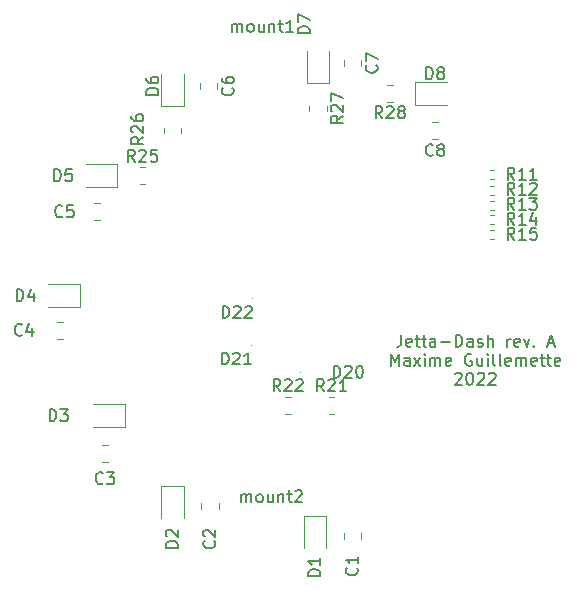
<source format=gbr>
%TF.GenerationSoftware,KiCad,Pcbnew,6.0.1*%
%TF.CreationDate,2022-02-27T14:03:47-05:00*%
%TF.ProjectId,jetta-dash,6a657474-612d-4646-9173-682e6b696361,rev?*%
%TF.SameCoordinates,Original*%
%TF.FileFunction,Legend,Top*%
%TF.FilePolarity,Positive*%
%FSLAX46Y46*%
G04 Gerber Fmt 4.6, Leading zero omitted, Abs format (unit mm)*
G04 Created by KiCad (PCBNEW 6.0.1) date 2022-02-27 14:03:47*
%MOMM*%
%LPD*%
G01*
G04 APERTURE LIST*
%ADD10C,0.150000*%
%ADD11C,0.100000*%
%ADD12C,0.120000*%
G04 APERTURE END LIST*
D10*
X159068285Y-112523380D02*
X159068285Y-113237666D01*
X159020666Y-113380523D01*
X158925428Y-113475761D01*
X158782571Y-113523380D01*
X158687333Y-113523380D01*
X159925428Y-113475761D02*
X159830190Y-113523380D01*
X159639714Y-113523380D01*
X159544476Y-113475761D01*
X159496857Y-113380523D01*
X159496857Y-112999571D01*
X159544476Y-112904333D01*
X159639714Y-112856714D01*
X159830190Y-112856714D01*
X159925428Y-112904333D01*
X159973047Y-112999571D01*
X159973047Y-113094809D01*
X159496857Y-113190047D01*
X160258761Y-112856714D02*
X160639714Y-112856714D01*
X160401619Y-112523380D02*
X160401619Y-113380523D01*
X160449238Y-113475761D01*
X160544476Y-113523380D01*
X160639714Y-113523380D01*
X160830190Y-112856714D02*
X161211142Y-112856714D01*
X160973047Y-112523380D02*
X160973047Y-113380523D01*
X161020666Y-113475761D01*
X161115904Y-113523380D01*
X161211142Y-113523380D01*
X161973047Y-113523380D02*
X161973047Y-112999571D01*
X161925428Y-112904333D01*
X161830190Y-112856714D01*
X161639714Y-112856714D01*
X161544476Y-112904333D01*
X161973047Y-113475761D02*
X161877809Y-113523380D01*
X161639714Y-113523380D01*
X161544476Y-113475761D01*
X161496857Y-113380523D01*
X161496857Y-113285285D01*
X161544476Y-113190047D01*
X161639714Y-113142428D01*
X161877809Y-113142428D01*
X161973047Y-113094809D01*
X162449238Y-113142428D02*
X163211142Y-113142428D01*
X163687333Y-113523380D02*
X163687333Y-112523380D01*
X163925428Y-112523380D01*
X164068285Y-112571000D01*
X164163523Y-112666238D01*
X164211142Y-112761476D01*
X164258761Y-112951952D01*
X164258761Y-113094809D01*
X164211142Y-113285285D01*
X164163523Y-113380523D01*
X164068285Y-113475761D01*
X163925428Y-113523380D01*
X163687333Y-113523380D01*
X165115904Y-113523380D02*
X165115904Y-112999571D01*
X165068285Y-112904333D01*
X164973047Y-112856714D01*
X164782571Y-112856714D01*
X164687333Y-112904333D01*
X165115904Y-113475761D02*
X165020666Y-113523380D01*
X164782571Y-113523380D01*
X164687333Y-113475761D01*
X164639714Y-113380523D01*
X164639714Y-113285285D01*
X164687333Y-113190047D01*
X164782571Y-113142428D01*
X165020666Y-113142428D01*
X165115904Y-113094809D01*
X165544476Y-113475761D02*
X165639714Y-113523380D01*
X165830190Y-113523380D01*
X165925428Y-113475761D01*
X165973047Y-113380523D01*
X165973047Y-113332904D01*
X165925428Y-113237666D01*
X165830190Y-113190047D01*
X165687333Y-113190047D01*
X165592095Y-113142428D01*
X165544476Y-113047190D01*
X165544476Y-112999571D01*
X165592095Y-112904333D01*
X165687333Y-112856714D01*
X165830190Y-112856714D01*
X165925428Y-112904333D01*
X166401619Y-113523380D02*
X166401619Y-112523380D01*
X166830190Y-113523380D02*
X166830190Y-112999571D01*
X166782571Y-112904333D01*
X166687333Y-112856714D01*
X166544476Y-112856714D01*
X166449238Y-112904333D01*
X166401619Y-112951952D01*
X168068285Y-113523380D02*
X168068285Y-112856714D01*
X168068285Y-113047190D02*
X168115904Y-112951952D01*
X168163523Y-112904333D01*
X168258761Y-112856714D01*
X168354000Y-112856714D01*
X169068285Y-113475761D02*
X168973047Y-113523380D01*
X168782571Y-113523380D01*
X168687333Y-113475761D01*
X168639714Y-113380523D01*
X168639714Y-112999571D01*
X168687333Y-112904333D01*
X168782571Y-112856714D01*
X168973047Y-112856714D01*
X169068285Y-112904333D01*
X169115904Y-112999571D01*
X169115904Y-113094809D01*
X168639714Y-113190047D01*
X169449238Y-112856714D02*
X169687333Y-113523380D01*
X169925428Y-112856714D01*
X170306380Y-113428142D02*
X170354000Y-113475761D01*
X170306380Y-113523380D01*
X170258761Y-113475761D01*
X170306380Y-113428142D01*
X170306380Y-113523380D01*
X171496857Y-113237666D02*
X171973047Y-113237666D01*
X171401619Y-113523380D02*
X171734952Y-112523380D01*
X172068285Y-113523380D01*
X158211142Y-115133380D02*
X158211142Y-114133380D01*
X158544476Y-114847666D01*
X158877809Y-114133380D01*
X158877809Y-115133380D01*
X159782571Y-115133380D02*
X159782571Y-114609571D01*
X159734952Y-114514333D01*
X159639714Y-114466714D01*
X159449238Y-114466714D01*
X159354000Y-114514333D01*
X159782571Y-115085761D02*
X159687333Y-115133380D01*
X159449238Y-115133380D01*
X159354000Y-115085761D01*
X159306380Y-114990523D01*
X159306380Y-114895285D01*
X159354000Y-114800047D01*
X159449238Y-114752428D01*
X159687333Y-114752428D01*
X159782571Y-114704809D01*
X160163523Y-115133380D02*
X160687333Y-114466714D01*
X160163523Y-114466714D02*
X160687333Y-115133380D01*
X161068285Y-115133380D02*
X161068285Y-114466714D01*
X161068285Y-114133380D02*
X161020666Y-114181000D01*
X161068285Y-114228619D01*
X161115904Y-114181000D01*
X161068285Y-114133380D01*
X161068285Y-114228619D01*
X161544476Y-115133380D02*
X161544476Y-114466714D01*
X161544476Y-114561952D02*
X161592095Y-114514333D01*
X161687333Y-114466714D01*
X161830190Y-114466714D01*
X161925428Y-114514333D01*
X161973047Y-114609571D01*
X161973047Y-115133380D01*
X161973047Y-114609571D02*
X162020666Y-114514333D01*
X162115904Y-114466714D01*
X162258761Y-114466714D01*
X162354000Y-114514333D01*
X162401619Y-114609571D01*
X162401619Y-115133380D01*
X163258761Y-115085761D02*
X163163523Y-115133380D01*
X162973047Y-115133380D01*
X162877809Y-115085761D01*
X162830190Y-114990523D01*
X162830190Y-114609571D01*
X162877809Y-114514333D01*
X162973047Y-114466714D01*
X163163523Y-114466714D01*
X163258761Y-114514333D01*
X163306380Y-114609571D01*
X163306380Y-114704809D01*
X162830190Y-114800047D01*
X165020666Y-114181000D02*
X164925428Y-114133380D01*
X164782571Y-114133380D01*
X164639714Y-114181000D01*
X164544476Y-114276238D01*
X164496857Y-114371476D01*
X164449238Y-114561952D01*
X164449238Y-114704809D01*
X164496857Y-114895285D01*
X164544476Y-114990523D01*
X164639714Y-115085761D01*
X164782571Y-115133380D01*
X164877809Y-115133380D01*
X165020666Y-115085761D01*
X165068285Y-115038142D01*
X165068285Y-114704809D01*
X164877809Y-114704809D01*
X165925428Y-114466714D02*
X165925428Y-115133380D01*
X165496857Y-114466714D02*
X165496857Y-114990523D01*
X165544476Y-115085761D01*
X165639714Y-115133380D01*
X165782571Y-115133380D01*
X165877809Y-115085761D01*
X165925428Y-115038142D01*
X166401619Y-115133380D02*
X166401619Y-114466714D01*
X166401619Y-114133380D02*
X166354000Y-114181000D01*
X166401619Y-114228619D01*
X166449238Y-114181000D01*
X166401619Y-114133380D01*
X166401619Y-114228619D01*
X167020666Y-115133380D02*
X166925428Y-115085761D01*
X166877809Y-114990523D01*
X166877809Y-114133380D01*
X167544476Y-115133380D02*
X167449238Y-115085761D01*
X167401619Y-114990523D01*
X167401619Y-114133380D01*
X168306380Y-115085761D02*
X168211142Y-115133380D01*
X168020666Y-115133380D01*
X167925428Y-115085761D01*
X167877809Y-114990523D01*
X167877809Y-114609571D01*
X167925428Y-114514333D01*
X168020666Y-114466714D01*
X168211142Y-114466714D01*
X168306380Y-114514333D01*
X168354000Y-114609571D01*
X168354000Y-114704809D01*
X167877809Y-114800047D01*
X168782571Y-115133380D02*
X168782571Y-114466714D01*
X168782571Y-114561952D02*
X168830190Y-114514333D01*
X168925428Y-114466714D01*
X169068285Y-114466714D01*
X169163523Y-114514333D01*
X169211142Y-114609571D01*
X169211142Y-115133380D01*
X169211142Y-114609571D02*
X169258761Y-114514333D01*
X169354000Y-114466714D01*
X169496857Y-114466714D01*
X169592095Y-114514333D01*
X169639714Y-114609571D01*
X169639714Y-115133380D01*
X170496857Y-115085761D02*
X170401619Y-115133380D01*
X170211142Y-115133380D01*
X170115904Y-115085761D01*
X170068285Y-114990523D01*
X170068285Y-114609571D01*
X170115904Y-114514333D01*
X170211142Y-114466714D01*
X170401619Y-114466714D01*
X170496857Y-114514333D01*
X170544476Y-114609571D01*
X170544476Y-114704809D01*
X170068285Y-114800047D01*
X170830190Y-114466714D02*
X171211142Y-114466714D01*
X170973047Y-114133380D02*
X170973047Y-114990523D01*
X171020666Y-115085761D01*
X171115904Y-115133380D01*
X171211142Y-115133380D01*
X171401619Y-114466714D02*
X171782571Y-114466714D01*
X171544476Y-114133380D02*
X171544476Y-114990523D01*
X171592095Y-115085761D01*
X171687333Y-115133380D01*
X171782571Y-115133380D01*
X172496857Y-115085761D02*
X172401619Y-115133380D01*
X172211142Y-115133380D01*
X172115904Y-115085761D01*
X172068285Y-114990523D01*
X172068285Y-114609571D01*
X172115904Y-114514333D01*
X172211142Y-114466714D01*
X172401619Y-114466714D01*
X172496857Y-114514333D01*
X172544476Y-114609571D01*
X172544476Y-114704809D01*
X172068285Y-114800047D01*
X163639714Y-115838619D02*
X163687333Y-115791000D01*
X163782571Y-115743380D01*
X164020666Y-115743380D01*
X164115904Y-115791000D01*
X164163523Y-115838619D01*
X164211142Y-115933857D01*
X164211142Y-116029095D01*
X164163523Y-116171952D01*
X163592095Y-116743380D01*
X164211142Y-116743380D01*
X164830190Y-115743380D02*
X164925428Y-115743380D01*
X165020666Y-115791000D01*
X165068285Y-115838619D01*
X165115904Y-115933857D01*
X165163523Y-116124333D01*
X165163523Y-116362428D01*
X165115904Y-116552904D01*
X165068285Y-116648142D01*
X165020666Y-116695761D01*
X164925428Y-116743380D01*
X164830190Y-116743380D01*
X164734952Y-116695761D01*
X164687333Y-116648142D01*
X164639714Y-116552904D01*
X164592095Y-116362428D01*
X164592095Y-116124333D01*
X164639714Y-115933857D01*
X164687333Y-115838619D01*
X164734952Y-115791000D01*
X164830190Y-115743380D01*
X165544476Y-115838619D02*
X165592095Y-115791000D01*
X165687333Y-115743380D01*
X165925428Y-115743380D01*
X166020666Y-115791000D01*
X166068285Y-115838619D01*
X166115904Y-115933857D01*
X166115904Y-116029095D01*
X166068285Y-116171952D01*
X165496857Y-116743380D01*
X166115904Y-116743380D01*
X166496857Y-115838619D02*
X166544476Y-115791000D01*
X166639714Y-115743380D01*
X166877809Y-115743380D01*
X166973047Y-115791000D01*
X167020666Y-115838619D01*
X167068285Y-115933857D01*
X167068285Y-116029095D01*
X167020666Y-116171952D01*
X166449238Y-116743380D01*
X167068285Y-116743380D01*
%TO.C,mount2*%
X145534380Y-126690380D02*
X145534380Y-126023714D01*
X145534380Y-126118952D02*
X145582000Y-126071333D01*
X145677238Y-126023714D01*
X145820095Y-126023714D01*
X145915333Y-126071333D01*
X145962952Y-126166571D01*
X145962952Y-126690380D01*
X145962952Y-126166571D02*
X146010571Y-126071333D01*
X146105809Y-126023714D01*
X146248666Y-126023714D01*
X146343904Y-126071333D01*
X146391523Y-126166571D01*
X146391523Y-126690380D01*
X147010571Y-126690380D02*
X146915333Y-126642761D01*
X146867714Y-126595142D01*
X146820095Y-126499904D01*
X146820095Y-126214190D01*
X146867714Y-126118952D01*
X146915333Y-126071333D01*
X147010571Y-126023714D01*
X147153428Y-126023714D01*
X147248666Y-126071333D01*
X147296285Y-126118952D01*
X147343904Y-126214190D01*
X147343904Y-126499904D01*
X147296285Y-126595142D01*
X147248666Y-126642761D01*
X147153428Y-126690380D01*
X147010571Y-126690380D01*
X148201047Y-126023714D02*
X148201047Y-126690380D01*
X147772476Y-126023714D02*
X147772476Y-126547523D01*
X147820095Y-126642761D01*
X147915333Y-126690380D01*
X148058190Y-126690380D01*
X148153428Y-126642761D01*
X148201047Y-126595142D01*
X148677238Y-126023714D02*
X148677238Y-126690380D01*
X148677238Y-126118952D02*
X148724857Y-126071333D01*
X148820095Y-126023714D01*
X148962952Y-126023714D01*
X149058190Y-126071333D01*
X149105809Y-126166571D01*
X149105809Y-126690380D01*
X149439142Y-126023714D02*
X149820095Y-126023714D01*
X149582000Y-125690380D02*
X149582000Y-126547523D01*
X149629619Y-126642761D01*
X149724857Y-126690380D01*
X149820095Y-126690380D01*
X150105809Y-125785619D02*
X150153428Y-125738000D01*
X150248666Y-125690380D01*
X150486761Y-125690380D01*
X150582000Y-125738000D01*
X150629619Y-125785619D01*
X150677238Y-125880857D01*
X150677238Y-125976095D01*
X150629619Y-126118952D01*
X150058190Y-126690380D01*
X150677238Y-126690380D01*
%TO.C,mount1*%
X144772380Y-86868380D02*
X144772380Y-86201714D01*
X144772380Y-86296952D02*
X144820000Y-86249333D01*
X144915238Y-86201714D01*
X145058095Y-86201714D01*
X145153333Y-86249333D01*
X145200952Y-86344571D01*
X145200952Y-86868380D01*
X145200952Y-86344571D02*
X145248571Y-86249333D01*
X145343809Y-86201714D01*
X145486666Y-86201714D01*
X145581904Y-86249333D01*
X145629523Y-86344571D01*
X145629523Y-86868380D01*
X146248571Y-86868380D02*
X146153333Y-86820761D01*
X146105714Y-86773142D01*
X146058095Y-86677904D01*
X146058095Y-86392190D01*
X146105714Y-86296952D01*
X146153333Y-86249333D01*
X146248571Y-86201714D01*
X146391428Y-86201714D01*
X146486666Y-86249333D01*
X146534285Y-86296952D01*
X146581904Y-86392190D01*
X146581904Y-86677904D01*
X146534285Y-86773142D01*
X146486666Y-86820761D01*
X146391428Y-86868380D01*
X146248571Y-86868380D01*
X147439047Y-86201714D02*
X147439047Y-86868380D01*
X147010476Y-86201714D02*
X147010476Y-86725523D01*
X147058095Y-86820761D01*
X147153333Y-86868380D01*
X147296190Y-86868380D01*
X147391428Y-86820761D01*
X147439047Y-86773142D01*
X147915238Y-86201714D02*
X147915238Y-86868380D01*
X147915238Y-86296952D02*
X147962857Y-86249333D01*
X148058095Y-86201714D01*
X148200952Y-86201714D01*
X148296190Y-86249333D01*
X148343809Y-86344571D01*
X148343809Y-86868380D01*
X148677142Y-86201714D02*
X149058095Y-86201714D01*
X148820000Y-85868380D02*
X148820000Y-86725523D01*
X148867619Y-86820761D01*
X148962857Y-86868380D01*
X149058095Y-86868380D01*
X149915238Y-86868380D02*
X149343809Y-86868380D01*
X149629523Y-86868380D02*
X149629523Y-85868380D01*
X149534285Y-86011238D01*
X149439047Y-86106476D01*
X149343809Y-86154095D01*
%TO.C,D22*%
X143946714Y-111096380D02*
X143946714Y-110096380D01*
X144184809Y-110096380D01*
X144327666Y-110144000D01*
X144422904Y-110239238D01*
X144470523Y-110334476D01*
X144518142Y-110524952D01*
X144518142Y-110667809D01*
X144470523Y-110858285D01*
X144422904Y-110953523D01*
X144327666Y-111048761D01*
X144184809Y-111096380D01*
X143946714Y-111096380D01*
X144899095Y-110191619D02*
X144946714Y-110144000D01*
X145041952Y-110096380D01*
X145280047Y-110096380D01*
X145375285Y-110144000D01*
X145422904Y-110191619D01*
X145470523Y-110286857D01*
X145470523Y-110382095D01*
X145422904Y-110524952D01*
X144851476Y-111096380D01*
X145470523Y-111096380D01*
X145851476Y-110191619D02*
X145899095Y-110144000D01*
X145994333Y-110096380D01*
X146232428Y-110096380D01*
X146327666Y-110144000D01*
X146375285Y-110191619D01*
X146422904Y-110286857D01*
X146422904Y-110382095D01*
X146375285Y-110524952D01*
X145803857Y-111096380D01*
X146422904Y-111096380D01*
%TO.C,D21*%
X143882214Y-115033380D02*
X143882214Y-114033380D01*
X144120309Y-114033380D01*
X144263166Y-114081000D01*
X144358404Y-114176238D01*
X144406023Y-114271476D01*
X144453642Y-114461952D01*
X144453642Y-114604809D01*
X144406023Y-114795285D01*
X144358404Y-114890523D01*
X144263166Y-114985761D01*
X144120309Y-115033380D01*
X143882214Y-115033380D01*
X144834595Y-114128619D02*
X144882214Y-114081000D01*
X144977452Y-114033380D01*
X145215547Y-114033380D01*
X145310785Y-114081000D01*
X145358404Y-114128619D01*
X145406023Y-114223857D01*
X145406023Y-114319095D01*
X145358404Y-114461952D01*
X144786976Y-115033380D01*
X145406023Y-115033380D01*
X146358404Y-115033380D02*
X145786976Y-115033380D01*
X146072690Y-115033380D02*
X146072690Y-114033380D01*
X145977452Y-114176238D01*
X145882214Y-114271476D01*
X145786976Y-114319095D01*
%TO.C,D20*%
X153344714Y-116149380D02*
X153344714Y-115149380D01*
X153582809Y-115149380D01*
X153725666Y-115197000D01*
X153820904Y-115292238D01*
X153868523Y-115387476D01*
X153916142Y-115577952D01*
X153916142Y-115720809D01*
X153868523Y-115911285D01*
X153820904Y-116006523D01*
X153725666Y-116101761D01*
X153582809Y-116149380D01*
X153344714Y-116149380D01*
X154297095Y-115244619D02*
X154344714Y-115197000D01*
X154439952Y-115149380D01*
X154678047Y-115149380D01*
X154773285Y-115197000D01*
X154820904Y-115244619D01*
X154868523Y-115339857D01*
X154868523Y-115435095D01*
X154820904Y-115577952D01*
X154249476Y-116149380D01*
X154868523Y-116149380D01*
X155487571Y-115149380D02*
X155582809Y-115149380D01*
X155678047Y-115197000D01*
X155725666Y-115244619D01*
X155773285Y-115339857D01*
X155820904Y-115530333D01*
X155820904Y-115768428D01*
X155773285Y-115958904D01*
X155725666Y-116054142D01*
X155678047Y-116101761D01*
X155582809Y-116149380D01*
X155487571Y-116149380D01*
X155392333Y-116101761D01*
X155344714Y-116054142D01*
X155297095Y-115958904D01*
X155249476Y-115768428D01*
X155249476Y-115530333D01*
X155297095Y-115339857D01*
X155344714Y-115244619D01*
X155392333Y-115197000D01*
X155487571Y-115149380D01*
%TO.C,C1*%
X155297142Y-132246666D02*
X155344761Y-132294285D01*
X155392380Y-132437142D01*
X155392380Y-132532380D01*
X155344761Y-132675238D01*
X155249523Y-132770476D01*
X155154285Y-132818095D01*
X154963809Y-132865714D01*
X154820952Y-132865714D01*
X154630476Y-132818095D01*
X154535238Y-132770476D01*
X154440000Y-132675238D01*
X154392380Y-132532380D01*
X154392380Y-132437142D01*
X154440000Y-132294285D01*
X154487619Y-132246666D01*
X155392380Y-131294285D02*
X155392380Y-131865714D01*
X155392380Y-131580000D02*
X154392380Y-131580000D01*
X154535238Y-131675238D01*
X154630476Y-131770476D01*
X154678095Y-131865714D01*
%TO.C,R21*%
X152519142Y-117293380D02*
X152185809Y-116817190D01*
X151947714Y-117293380D02*
X151947714Y-116293380D01*
X152328666Y-116293380D01*
X152423904Y-116341000D01*
X152471523Y-116388619D01*
X152519142Y-116483857D01*
X152519142Y-116626714D01*
X152471523Y-116721952D01*
X152423904Y-116769571D01*
X152328666Y-116817190D01*
X151947714Y-116817190D01*
X152900095Y-116388619D02*
X152947714Y-116341000D01*
X153042952Y-116293380D01*
X153281047Y-116293380D01*
X153376285Y-116341000D01*
X153423904Y-116388619D01*
X153471523Y-116483857D01*
X153471523Y-116579095D01*
X153423904Y-116721952D01*
X152852476Y-117293380D01*
X153471523Y-117293380D01*
X154423904Y-117293380D02*
X153852476Y-117293380D01*
X154138190Y-117293380D02*
X154138190Y-116293380D01*
X154042952Y-116436238D01*
X153947714Y-116531476D01*
X153852476Y-116579095D01*
%TO.C,C7*%
X156977142Y-89701666D02*
X157024761Y-89749285D01*
X157072380Y-89892142D01*
X157072380Y-89987380D01*
X157024761Y-90130238D01*
X156929523Y-90225476D01*
X156834285Y-90273095D01*
X156643809Y-90320714D01*
X156500952Y-90320714D01*
X156310476Y-90273095D01*
X156215238Y-90225476D01*
X156120000Y-90130238D01*
X156072380Y-89987380D01*
X156072380Y-89892142D01*
X156120000Y-89749285D01*
X156167619Y-89701666D01*
X156072380Y-89368333D02*
X156072380Y-88701666D01*
X157072380Y-89130238D01*
%TO.C,D5*%
X129690904Y-99512380D02*
X129690904Y-98512380D01*
X129929000Y-98512380D01*
X130071857Y-98560000D01*
X130167095Y-98655238D01*
X130214714Y-98750476D01*
X130262333Y-98940952D01*
X130262333Y-99083809D01*
X130214714Y-99274285D01*
X130167095Y-99369523D01*
X130071857Y-99464761D01*
X129929000Y-99512380D01*
X129690904Y-99512380D01*
X131167095Y-98512380D02*
X130690904Y-98512380D01*
X130643285Y-98988571D01*
X130690904Y-98940952D01*
X130786142Y-98893333D01*
X131024238Y-98893333D01*
X131119476Y-98940952D01*
X131167095Y-98988571D01*
X131214714Y-99083809D01*
X131214714Y-99321904D01*
X131167095Y-99417142D01*
X131119476Y-99464761D01*
X131024238Y-99512380D01*
X130786142Y-99512380D01*
X130690904Y-99464761D01*
X130643285Y-99417142D01*
%TO.C,D1*%
X152217380Y-132945095D02*
X151217380Y-132945095D01*
X151217380Y-132707000D01*
X151265000Y-132564142D01*
X151360238Y-132468904D01*
X151455476Y-132421285D01*
X151645952Y-132373666D01*
X151788809Y-132373666D01*
X151979285Y-132421285D01*
X152074523Y-132468904D01*
X152169761Y-132564142D01*
X152217380Y-132707000D01*
X152217380Y-132945095D01*
X152217380Y-131421285D02*
X152217380Y-131992714D01*
X152217380Y-131707000D02*
X151217380Y-131707000D01*
X151360238Y-131802238D01*
X151455476Y-131897476D01*
X151503095Y-131992714D01*
%TO.C,R22*%
X148836142Y-117293380D02*
X148502809Y-116817190D01*
X148264714Y-117293380D02*
X148264714Y-116293380D01*
X148645666Y-116293380D01*
X148740904Y-116341000D01*
X148788523Y-116388619D01*
X148836142Y-116483857D01*
X148836142Y-116626714D01*
X148788523Y-116721952D01*
X148740904Y-116769571D01*
X148645666Y-116817190D01*
X148264714Y-116817190D01*
X149217095Y-116388619D02*
X149264714Y-116341000D01*
X149359952Y-116293380D01*
X149598047Y-116293380D01*
X149693285Y-116341000D01*
X149740904Y-116388619D01*
X149788523Y-116483857D01*
X149788523Y-116579095D01*
X149740904Y-116721952D01*
X149169476Y-117293380D01*
X149788523Y-117293380D01*
X150169476Y-116388619D02*
X150217095Y-116341000D01*
X150312333Y-116293380D01*
X150550428Y-116293380D01*
X150645666Y-116341000D01*
X150693285Y-116388619D01*
X150740904Y-116483857D01*
X150740904Y-116579095D01*
X150693285Y-116721952D01*
X150121857Y-117293380D01*
X150740904Y-117293380D01*
%TO.C,D4*%
X126515904Y-109672380D02*
X126515904Y-108672380D01*
X126754000Y-108672380D01*
X126896857Y-108720000D01*
X126992095Y-108815238D01*
X127039714Y-108910476D01*
X127087333Y-109100952D01*
X127087333Y-109243809D01*
X127039714Y-109434285D01*
X126992095Y-109529523D01*
X126896857Y-109624761D01*
X126754000Y-109672380D01*
X126515904Y-109672380D01*
X127944476Y-109005714D02*
X127944476Y-109672380D01*
X127706380Y-108624761D02*
X127468285Y-109339047D01*
X128087333Y-109339047D01*
%TO.C,R28*%
X157472142Y-94177380D02*
X157138809Y-93701190D01*
X156900714Y-94177380D02*
X156900714Y-93177380D01*
X157281666Y-93177380D01*
X157376904Y-93225000D01*
X157424523Y-93272619D01*
X157472142Y-93367857D01*
X157472142Y-93510714D01*
X157424523Y-93605952D01*
X157376904Y-93653571D01*
X157281666Y-93701190D01*
X156900714Y-93701190D01*
X157853095Y-93272619D02*
X157900714Y-93225000D01*
X157995952Y-93177380D01*
X158234047Y-93177380D01*
X158329285Y-93225000D01*
X158376904Y-93272619D01*
X158424523Y-93367857D01*
X158424523Y-93463095D01*
X158376904Y-93605952D01*
X157805476Y-94177380D01*
X158424523Y-94177380D01*
X158995952Y-93605952D02*
X158900714Y-93558333D01*
X158853095Y-93510714D01*
X158805476Y-93415476D01*
X158805476Y-93367857D01*
X158853095Y-93272619D01*
X158900714Y-93225000D01*
X158995952Y-93177380D01*
X159186428Y-93177380D01*
X159281666Y-93225000D01*
X159329285Y-93272619D01*
X159376904Y-93367857D01*
X159376904Y-93415476D01*
X159329285Y-93510714D01*
X159281666Y-93558333D01*
X159186428Y-93605952D01*
X158995952Y-93605952D01*
X158900714Y-93653571D01*
X158853095Y-93701190D01*
X158805476Y-93796428D01*
X158805476Y-93986904D01*
X158853095Y-94082142D01*
X158900714Y-94129761D01*
X158995952Y-94177380D01*
X159186428Y-94177380D01*
X159281666Y-94129761D01*
X159329285Y-94082142D01*
X159376904Y-93986904D01*
X159376904Y-93796428D01*
X159329285Y-93701190D01*
X159281666Y-93653571D01*
X159186428Y-93605952D01*
%TO.C,C2*%
X143232142Y-129960666D02*
X143279761Y-130008285D01*
X143327380Y-130151142D01*
X143327380Y-130246380D01*
X143279761Y-130389238D01*
X143184523Y-130484476D01*
X143089285Y-130532095D01*
X142898809Y-130579714D01*
X142755952Y-130579714D01*
X142565476Y-130532095D01*
X142470238Y-130484476D01*
X142375000Y-130389238D01*
X142327380Y-130246380D01*
X142327380Y-130151142D01*
X142375000Y-130008285D01*
X142422619Y-129960666D01*
X142422619Y-129579714D02*
X142375000Y-129532095D01*
X142327380Y-129436857D01*
X142327380Y-129198761D01*
X142375000Y-129103523D01*
X142422619Y-129055904D01*
X142517857Y-129008285D01*
X142613095Y-129008285D01*
X142755952Y-129055904D01*
X143327380Y-129627333D01*
X143327380Y-129008285D01*
%TO.C,C8*%
X161758333Y-97287142D02*
X161710714Y-97334761D01*
X161567857Y-97382380D01*
X161472619Y-97382380D01*
X161329761Y-97334761D01*
X161234523Y-97239523D01*
X161186904Y-97144285D01*
X161139285Y-96953809D01*
X161139285Y-96810952D01*
X161186904Y-96620476D01*
X161234523Y-96525238D01*
X161329761Y-96430000D01*
X161472619Y-96382380D01*
X161567857Y-96382380D01*
X161710714Y-96430000D01*
X161758333Y-96477619D01*
X162329761Y-96810952D02*
X162234523Y-96763333D01*
X162186904Y-96715714D01*
X162139285Y-96620476D01*
X162139285Y-96572857D01*
X162186904Y-96477619D01*
X162234523Y-96430000D01*
X162329761Y-96382380D01*
X162520238Y-96382380D01*
X162615476Y-96430000D01*
X162663095Y-96477619D01*
X162710714Y-96572857D01*
X162710714Y-96620476D01*
X162663095Y-96715714D01*
X162615476Y-96763333D01*
X162520238Y-96810952D01*
X162329761Y-96810952D01*
X162234523Y-96858571D01*
X162186904Y-96906190D01*
X162139285Y-97001428D01*
X162139285Y-97191904D01*
X162186904Y-97287142D01*
X162234523Y-97334761D01*
X162329761Y-97382380D01*
X162520238Y-97382380D01*
X162615476Y-97334761D01*
X162663095Y-97287142D01*
X162710714Y-97191904D01*
X162710714Y-97001428D01*
X162663095Y-96906190D01*
X162615476Y-96858571D01*
X162520238Y-96810952D01*
%TO.C,R27*%
X154121380Y-93987857D02*
X153645190Y-94321190D01*
X154121380Y-94559285D02*
X153121380Y-94559285D01*
X153121380Y-94178333D01*
X153169000Y-94083095D01*
X153216619Y-94035476D01*
X153311857Y-93987857D01*
X153454714Y-93987857D01*
X153549952Y-94035476D01*
X153597571Y-94083095D01*
X153645190Y-94178333D01*
X153645190Y-94559285D01*
X153216619Y-93606904D02*
X153169000Y-93559285D01*
X153121380Y-93464047D01*
X153121380Y-93225952D01*
X153169000Y-93130714D01*
X153216619Y-93083095D01*
X153311857Y-93035476D01*
X153407095Y-93035476D01*
X153549952Y-93083095D01*
X154121380Y-93654523D01*
X154121380Y-93035476D01*
X153121380Y-92702142D02*
X153121380Y-92035476D01*
X154121380Y-92464047D01*
%TO.C,R26*%
X137231380Y-95765857D02*
X136755190Y-96099190D01*
X137231380Y-96337285D02*
X136231380Y-96337285D01*
X136231380Y-95956333D01*
X136279000Y-95861095D01*
X136326619Y-95813476D01*
X136421857Y-95765857D01*
X136564714Y-95765857D01*
X136659952Y-95813476D01*
X136707571Y-95861095D01*
X136755190Y-95956333D01*
X136755190Y-96337285D01*
X136326619Y-95384904D02*
X136279000Y-95337285D01*
X136231380Y-95242047D01*
X136231380Y-95003952D01*
X136279000Y-94908714D01*
X136326619Y-94861095D01*
X136421857Y-94813476D01*
X136517095Y-94813476D01*
X136659952Y-94861095D01*
X137231380Y-95432523D01*
X137231380Y-94813476D01*
X136231380Y-93956333D02*
X136231380Y-94146809D01*
X136279000Y-94242047D01*
X136326619Y-94289666D01*
X136469476Y-94384904D01*
X136659952Y-94432523D01*
X137040904Y-94432523D01*
X137136142Y-94384904D01*
X137183761Y-94337285D01*
X137231380Y-94242047D01*
X137231380Y-94051571D01*
X137183761Y-93956333D01*
X137136142Y-93908714D01*
X137040904Y-93861095D01*
X136802809Y-93861095D01*
X136707571Y-93908714D01*
X136659952Y-93956333D01*
X136612333Y-94051571D01*
X136612333Y-94242047D01*
X136659952Y-94337285D01*
X136707571Y-94384904D01*
X136802809Y-94432523D01*
%TO.C,D3*%
X129309904Y-119832380D02*
X129309904Y-118832380D01*
X129548000Y-118832380D01*
X129690857Y-118880000D01*
X129786095Y-118975238D01*
X129833714Y-119070476D01*
X129881333Y-119260952D01*
X129881333Y-119403809D01*
X129833714Y-119594285D01*
X129786095Y-119689523D01*
X129690857Y-119784761D01*
X129548000Y-119832380D01*
X129309904Y-119832380D01*
X130214666Y-118832380D02*
X130833714Y-118832380D01*
X130500380Y-119213333D01*
X130643238Y-119213333D01*
X130738476Y-119260952D01*
X130786095Y-119308571D01*
X130833714Y-119403809D01*
X130833714Y-119641904D01*
X130786095Y-119737142D01*
X130738476Y-119784761D01*
X130643238Y-119832380D01*
X130357523Y-119832380D01*
X130262285Y-119784761D01*
X130214666Y-119737142D01*
%TO.C,C6*%
X144785142Y-91606666D02*
X144832761Y-91654285D01*
X144880380Y-91797142D01*
X144880380Y-91892380D01*
X144832761Y-92035238D01*
X144737523Y-92130476D01*
X144642285Y-92178095D01*
X144451809Y-92225714D01*
X144308952Y-92225714D01*
X144118476Y-92178095D01*
X144023238Y-92130476D01*
X143928000Y-92035238D01*
X143880380Y-91892380D01*
X143880380Y-91797142D01*
X143928000Y-91654285D01*
X143975619Y-91606666D01*
X143880380Y-90749523D02*
X143880380Y-90940000D01*
X143928000Y-91035238D01*
X143975619Y-91082857D01*
X144118476Y-91178095D01*
X144308952Y-91225714D01*
X144689904Y-91225714D01*
X144785142Y-91178095D01*
X144832761Y-91130476D01*
X144880380Y-91035238D01*
X144880380Y-90844761D01*
X144832761Y-90749523D01*
X144785142Y-90701904D01*
X144689904Y-90654285D01*
X144451809Y-90654285D01*
X144356571Y-90701904D01*
X144308952Y-90749523D01*
X144261333Y-90844761D01*
X144261333Y-91035238D01*
X144308952Y-91130476D01*
X144356571Y-91178095D01*
X144451809Y-91225714D01*
%TO.C,D6*%
X138502380Y-92178095D02*
X137502380Y-92178095D01*
X137502380Y-91940000D01*
X137550000Y-91797142D01*
X137645238Y-91701904D01*
X137740476Y-91654285D01*
X137930952Y-91606666D01*
X138073809Y-91606666D01*
X138264285Y-91654285D01*
X138359523Y-91701904D01*
X138454761Y-91797142D01*
X138502380Y-91940000D01*
X138502380Y-92178095D01*
X137502380Y-90749523D02*
X137502380Y-90940000D01*
X137550000Y-91035238D01*
X137597619Y-91082857D01*
X137740476Y-91178095D01*
X137930952Y-91225714D01*
X138311904Y-91225714D01*
X138407142Y-91178095D01*
X138454761Y-91130476D01*
X138502380Y-91035238D01*
X138502380Y-90844761D01*
X138454761Y-90749523D01*
X138407142Y-90701904D01*
X138311904Y-90654285D01*
X138073809Y-90654285D01*
X137978571Y-90701904D01*
X137930952Y-90749523D01*
X137883333Y-90844761D01*
X137883333Y-91035238D01*
X137930952Y-91130476D01*
X137978571Y-91178095D01*
X138073809Y-91225714D01*
%TO.C,D8*%
X161181904Y-90877380D02*
X161181904Y-89877380D01*
X161420000Y-89877380D01*
X161562857Y-89925000D01*
X161658095Y-90020238D01*
X161705714Y-90115476D01*
X161753333Y-90305952D01*
X161753333Y-90448809D01*
X161705714Y-90639285D01*
X161658095Y-90734523D01*
X161562857Y-90829761D01*
X161420000Y-90877380D01*
X161181904Y-90877380D01*
X162324761Y-90305952D02*
X162229523Y-90258333D01*
X162181904Y-90210714D01*
X162134285Y-90115476D01*
X162134285Y-90067857D01*
X162181904Y-89972619D01*
X162229523Y-89925000D01*
X162324761Y-89877380D01*
X162515238Y-89877380D01*
X162610476Y-89925000D01*
X162658095Y-89972619D01*
X162705714Y-90067857D01*
X162705714Y-90115476D01*
X162658095Y-90210714D01*
X162610476Y-90258333D01*
X162515238Y-90305952D01*
X162324761Y-90305952D01*
X162229523Y-90353571D01*
X162181904Y-90401190D01*
X162134285Y-90496428D01*
X162134285Y-90686904D01*
X162181904Y-90782142D01*
X162229523Y-90829761D01*
X162324761Y-90877380D01*
X162515238Y-90877380D01*
X162610476Y-90829761D01*
X162658095Y-90782142D01*
X162705714Y-90686904D01*
X162705714Y-90496428D01*
X162658095Y-90401190D01*
X162610476Y-90353571D01*
X162515238Y-90305952D01*
%TO.C,C5*%
X130389333Y-102465142D02*
X130341714Y-102512761D01*
X130198857Y-102560380D01*
X130103619Y-102560380D01*
X129960761Y-102512761D01*
X129865523Y-102417523D01*
X129817904Y-102322285D01*
X129770285Y-102131809D01*
X129770285Y-101988952D01*
X129817904Y-101798476D01*
X129865523Y-101703238D01*
X129960761Y-101608000D01*
X130103619Y-101560380D01*
X130198857Y-101560380D01*
X130341714Y-101608000D01*
X130389333Y-101655619D01*
X131294095Y-101560380D02*
X130817904Y-101560380D01*
X130770285Y-102036571D01*
X130817904Y-101988952D01*
X130913142Y-101941333D01*
X131151238Y-101941333D01*
X131246476Y-101988952D01*
X131294095Y-102036571D01*
X131341714Y-102131809D01*
X131341714Y-102369904D01*
X131294095Y-102465142D01*
X131246476Y-102512761D01*
X131151238Y-102560380D01*
X130913142Y-102560380D01*
X130817904Y-102512761D01*
X130770285Y-102465142D01*
%TO.C,R25*%
X136517142Y-97862380D02*
X136183809Y-97386190D01*
X135945714Y-97862380D02*
X135945714Y-96862380D01*
X136326666Y-96862380D01*
X136421904Y-96910000D01*
X136469523Y-96957619D01*
X136517142Y-97052857D01*
X136517142Y-97195714D01*
X136469523Y-97290952D01*
X136421904Y-97338571D01*
X136326666Y-97386190D01*
X135945714Y-97386190D01*
X136898095Y-96957619D02*
X136945714Y-96910000D01*
X137040952Y-96862380D01*
X137279047Y-96862380D01*
X137374285Y-96910000D01*
X137421904Y-96957619D01*
X137469523Y-97052857D01*
X137469523Y-97148095D01*
X137421904Y-97290952D01*
X136850476Y-97862380D01*
X137469523Y-97862380D01*
X138374285Y-96862380D02*
X137898095Y-96862380D01*
X137850476Y-97338571D01*
X137898095Y-97290952D01*
X137993333Y-97243333D01*
X138231428Y-97243333D01*
X138326666Y-97290952D01*
X138374285Y-97338571D01*
X138421904Y-97433809D01*
X138421904Y-97671904D01*
X138374285Y-97767142D01*
X138326666Y-97814761D01*
X138231428Y-97862380D01*
X137993333Y-97862380D01*
X137898095Y-97814761D01*
X137850476Y-97767142D01*
%TO.C,C3*%
X133818333Y-125071142D02*
X133770714Y-125118761D01*
X133627857Y-125166380D01*
X133532619Y-125166380D01*
X133389761Y-125118761D01*
X133294523Y-125023523D01*
X133246904Y-124928285D01*
X133199285Y-124737809D01*
X133199285Y-124594952D01*
X133246904Y-124404476D01*
X133294523Y-124309238D01*
X133389761Y-124214000D01*
X133532619Y-124166380D01*
X133627857Y-124166380D01*
X133770714Y-124214000D01*
X133818333Y-124261619D01*
X134151666Y-124166380D02*
X134770714Y-124166380D01*
X134437380Y-124547333D01*
X134580238Y-124547333D01*
X134675476Y-124594952D01*
X134723095Y-124642571D01*
X134770714Y-124737809D01*
X134770714Y-124975904D01*
X134723095Y-125071142D01*
X134675476Y-125118761D01*
X134580238Y-125166380D01*
X134294523Y-125166380D01*
X134199285Y-125118761D01*
X134151666Y-125071142D01*
%TO.C,D2*%
X140152380Y-130532095D02*
X139152380Y-130532095D01*
X139152380Y-130294000D01*
X139200000Y-130151142D01*
X139295238Y-130055904D01*
X139390476Y-130008285D01*
X139580952Y-129960666D01*
X139723809Y-129960666D01*
X139914285Y-130008285D01*
X140009523Y-130055904D01*
X140104761Y-130151142D01*
X140152380Y-130294000D01*
X140152380Y-130532095D01*
X139247619Y-129579714D02*
X139200000Y-129532095D01*
X139152380Y-129436857D01*
X139152380Y-129198761D01*
X139200000Y-129103523D01*
X139247619Y-129055904D01*
X139342857Y-129008285D01*
X139438095Y-129008285D01*
X139580952Y-129055904D01*
X140152380Y-129627333D01*
X140152380Y-129008285D01*
%TO.C,C4*%
X126960333Y-112498142D02*
X126912714Y-112545761D01*
X126769857Y-112593380D01*
X126674619Y-112593380D01*
X126531761Y-112545761D01*
X126436523Y-112450523D01*
X126388904Y-112355285D01*
X126341285Y-112164809D01*
X126341285Y-112021952D01*
X126388904Y-111831476D01*
X126436523Y-111736238D01*
X126531761Y-111641000D01*
X126674619Y-111593380D01*
X126769857Y-111593380D01*
X126912714Y-111641000D01*
X126960333Y-111688619D01*
X127817476Y-111926714D02*
X127817476Y-112593380D01*
X127579380Y-111545761D02*
X127341285Y-112260047D01*
X127960333Y-112260047D01*
%TO.C,D7*%
X151328380Y-86971095D02*
X150328380Y-86971095D01*
X150328380Y-86733000D01*
X150376000Y-86590142D01*
X150471238Y-86494904D01*
X150566476Y-86447285D01*
X150756952Y-86399666D01*
X150899809Y-86399666D01*
X151090285Y-86447285D01*
X151185523Y-86494904D01*
X151280761Y-86590142D01*
X151328380Y-86733000D01*
X151328380Y-86971095D01*
X150328380Y-86066333D02*
X150328380Y-85399666D01*
X151328380Y-85828238D01*
%TO.C,R12*%
X168648142Y-100655380D02*
X168314809Y-100179190D01*
X168076714Y-100655380D02*
X168076714Y-99655380D01*
X168457666Y-99655380D01*
X168552904Y-99703000D01*
X168600523Y-99750619D01*
X168648142Y-99845857D01*
X168648142Y-99988714D01*
X168600523Y-100083952D01*
X168552904Y-100131571D01*
X168457666Y-100179190D01*
X168076714Y-100179190D01*
X169600523Y-100655380D02*
X169029095Y-100655380D01*
X169314809Y-100655380D02*
X169314809Y-99655380D01*
X169219571Y-99798238D01*
X169124333Y-99893476D01*
X169029095Y-99941095D01*
X169981476Y-99750619D02*
X170029095Y-99703000D01*
X170124333Y-99655380D01*
X170362428Y-99655380D01*
X170457666Y-99703000D01*
X170505285Y-99750619D01*
X170552904Y-99845857D01*
X170552904Y-99941095D01*
X170505285Y-100083952D01*
X169933857Y-100655380D01*
X170552904Y-100655380D01*
%TO.C,R13*%
X168648142Y-101925380D02*
X168314809Y-101449190D01*
X168076714Y-101925380D02*
X168076714Y-100925380D01*
X168457666Y-100925380D01*
X168552904Y-100973000D01*
X168600523Y-101020619D01*
X168648142Y-101115857D01*
X168648142Y-101258714D01*
X168600523Y-101353952D01*
X168552904Y-101401571D01*
X168457666Y-101449190D01*
X168076714Y-101449190D01*
X169600523Y-101925380D02*
X169029095Y-101925380D01*
X169314809Y-101925380D02*
X169314809Y-100925380D01*
X169219571Y-101068238D01*
X169124333Y-101163476D01*
X169029095Y-101211095D01*
X169933857Y-100925380D02*
X170552904Y-100925380D01*
X170219571Y-101306333D01*
X170362428Y-101306333D01*
X170457666Y-101353952D01*
X170505285Y-101401571D01*
X170552904Y-101496809D01*
X170552904Y-101734904D01*
X170505285Y-101830142D01*
X170457666Y-101877761D01*
X170362428Y-101925380D01*
X170076714Y-101925380D01*
X169981476Y-101877761D01*
X169933857Y-101830142D01*
%TO.C,R15*%
X168648142Y-104465380D02*
X168314809Y-103989190D01*
X168076714Y-104465380D02*
X168076714Y-103465380D01*
X168457666Y-103465380D01*
X168552904Y-103513000D01*
X168600523Y-103560619D01*
X168648142Y-103655857D01*
X168648142Y-103798714D01*
X168600523Y-103893952D01*
X168552904Y-103941571D01*
X168457666Y-103989190D01*
X168076714Y-103989190D01*
X169600523Y-104465380D02*
X169029095Y-104465380D01*
X169314809Y-104465380D02*
X169314809Y-103465380D01*
X169219571Y-103608238D01*
X169124333Y-103703476D01*
X169029095Y-103751095D01*
X170505285Y-103465380D02*
X170029095Y-103465380D01*
X169981476Y-103941571D01*
X170029095Y-103893952D01*
X170124333Y-103846333D01*
X170362428Y-103846333D01*
X170457666Y-103893952D01*
X170505285Y-103941571D01*
X170552904Y-104036809D01*
X170552904Y-104274904D01*
X170505285Y-104370142D01*
X170457666Y-104417761D01*
X170362428Y-104465380D01*
X170124333Y-104465380D01*
X170029095Y-104417761D01*
X169981476Y-104370142D01*
%TO.C,R11*%
X168648142Y-99385380D02*
X168314809Y-98909190D01*
X168076714Y-99385380D02*
X168076714Y-98385380D01*
X168457666Y-98385380D01*
X168552904Y-98433000D01*
X168600523Y-98480619D01*
X168648142Y-98575857D01*
X168648142Y-98718714D01*
X168600523Y-98813952D01*
X168552904Y-98861571D01*
X168457666Y-98909190D01*
X168076714Y-98909190D01*
X169600523Y-99385380D02*
X169029095Y-99385380D01*
X169314809Y-99385380D02*
X169314809Y-98385380D01*
X169219571Y-98528238D01*
X169124333Y-98623476D01*
X169029095Y-98671095D01*
X170552904Y-99385380D02*
X169981476Y-99385380D01*
X170267190Y-99385380D02*
X170267190Y-98385380D01*
X170171952Y-98528238D01*
X170076714Y-98623476D01*
X169981476Y-98671095D01*
%TO.C,R14*%
X168648142Y-103195380D02*
X168314809Y-102719190D01*
X168076714Y-103195380D02*
X168076714Y-102195380D01*
X168457666Y-102195380D01*
X168552904Y-102243000D01*
X168600523Y-102290619D01*
X168648142Y-102385857D01*
X168648142Y-102528714D01*
X168600523Y-102623952D01*
X168552904Y-102671571D01*
X168457666Y-102719190D01*
X168076714Y-102719190D01*
X169600523Y-103195380D02*
X169029095Y-103195380D01*
X169314809Y-103195380D02*
X169314809Y-102195380D01*
X169219571Y-102338238D01*
X169124333Y-102433476D01*
X169029095Y-102481095D01*
X170457666Y-102528714D02*
X170457666Y-103195380D01*
X170219571Y-102147761D02*
X169981476Y-102862047D01*
X170600523Y-102862047D01*
D11*
%TO.C,D22*%
X146476000Y-109474000D02*
G75*
G03*
X146476000Y-109474000I-50000J0D01*
G01*
%TO.C,D21*%
X146411500Y-113411000D02*
G75*
G03*
X146411500Y-113411000I-50000J0D01*
G01*
%TO.C,D20*%
X150550000Y-115697000D02*
G75*
G03*
X150550000Y-115697000I-50000J0D01*
G01*
D12*
%TO.C,C1*%
X155675000Y-129801252D02*
X155675000Y-129278748D01*
X154205000Y-129801252D02*
X154205000Y-129278748D01*
%TO.C,R21*%
X152934936Y-119226000D02*
X153389064Y-119226000D01*
X152934936Y-117756000D02*
X153389064Y-117756000D01*
%TO.C,C7*%
X155675000Y-89273748D02*
X155675000Y-89796252D01*
X154205000Y-89273748D02*
X154205000Y-89796252D01*
%TO.C,D5*%
X135040000Y-98100000D02*
X132355000Y-98100000D01*
X135040000Y-100020000D02*
X135040000Y-98100000D01*
X132355000Y-100020000D02*
X135040000Y-100020000D01*
%TO.C,D1*%
X152725000Y-130535000D02*
X152725000Y-127850000D01*
X150805000Y-127850000D02*
X150805000Y-130535000D01*
X152725000Y-127850000D02*
X150805000Y-127850000D01*
%TO.C,R22*%
X149251936Y-119226000D02*
X149706064Y-119226000D01*
X149251936Y-117756000D02*
X149706064Y-117756000D01*
%TO.C,D4*%
X131865000Y-108260000D02*
X129180000Y-108260000D01*
X129180000Y-110180000D02*
X131865000Y-110180000D01*
X131865000Y-110180000D02*
X131865000Y-108260000D01*
%TO.C,R28*%
X158342064Y-92810000D02*
X157887936Y-92810000D01*
X158342064Y-91340000D02*
X157887936Y-91340000D01*
%TO.C,C2*%
X142140000Y-127261252D02*
X142140000Y-126738748D01*
X143610000Y-127261252D02*
X143610000Y-126738748D01*
%TO.C,C8*%
X162186252Y-95985000D02*
X161663748Y-95985000D01*
X162186252Y-94515000D02*
X161663748Y-94515000D01*
%TO.C,R27*%
X152754000Y-93117936D02*
X152754000Y-93572064D01*
X151284000Y-93117936D02*
X151284000Y-93572064D01*
%TO.C,R26*%
X138965000Y-95022936D02*
X138965000Y-95477064D01*
X140435000Y-95022936D02*
X140435000Y-95477064D01*
%TO.C,D3*%
X135675000Y-118420000D02*
X132990000Y-118420000D01*
X135675000Y-120340000D02*
X135675000Y-118420000D01*
X132990000Y-120340000D02*
X135675000Y-120340000D01*
%TO.C,C6*%
X143483000Y-91178748D02*
X143483000Y-91701252D01*
X142013000Y-91178748D02*
X142013000Y-91701252D01*
%TO.C,D6*%
X138740000Y-90440000D02*
X138740000Y-93125000D01*
X138740000Y-93125000D02*
X140660000Y-93125000D01*
X140660000Y-93125000D02*
X140660000Y-90440000D01*
%TO.C,D8*%
X160235000Y-93035000D02*
X162920000Y-93035000D01*
X160235000Y-91115000D02*
X160235000Y-93035000D01*
X162920000Y-91115000D02*
X160235000Y-91115000D01*
%TO.C,C5*%
X133088748Y-102843000D02*
X133611252Y-102843000D01*
X133088748Y-101373000D02*
X133611252Y-101373000D01*
%TO.C,R25*%
X136932936Y-98325000D02*
X137387064Y-98325000D01*
X136932936Y-99795000D02*
X137387064Y-99795000D01*
%TO.C,C3*%
X133723748Y-123290000D02*
X134246252Y-123290000D01*
X133723748Y-121820000D02*
X134246252Y-121820000D01*
%TO.C,D2*%
X138740000Y-125310000D02*
X138740000Y-127995000D01*
X140660000Y-125310000D02*
X138740000Y-125310000D01*
X140660000Y-127995000D02*
X140660000Y-125310000D01*
%TO.C,C4*%
X129913748Y-112876000D02*
X130436252Y-112876000D01*
X129913748Y-111406000D02*
X130436252Y-111406000D01*
%TO.C,D7*%
X151059000Y-91220000D02*
X152979000Y-91220000D01*
X152979000Y-91220000D02*
X152979000Y-88535000D01*
X151059000Y-88535000D02*
X151059000Y-91220000D01*
%TO.C,R12*%
X166597359Y-99950000D02*
X166904641Y-99950000D01*
X166597359Y-100710000D02*
X166904641Y-100710000D01*
%TO.C,R13*%
X166597359Y-101220000D02*
X166904641Y-101220000D01*
X166597359Y-101980000D02*
X166904641Y-101980000D01*
%TO.C,R15*%
X166597359Y-104393000D02*
X166904641Y-104393000D01*
X166597359Y-103633000D02*
X166904641Y-103633000D01*
%TO.C,R11*%
X166597359Y-98553000D02*
X166904641Y-98553000D01*
X166597359Y-99313000D02*
X166904641Y-99313000D01*
%TO.C,R14*%
X166597359Y-103123000D02*
X166904641Y-103123000D01*
X166597359Y-102363000D02*
X166904641Y-102363000D01*
%TD*%
M02*

</source>
